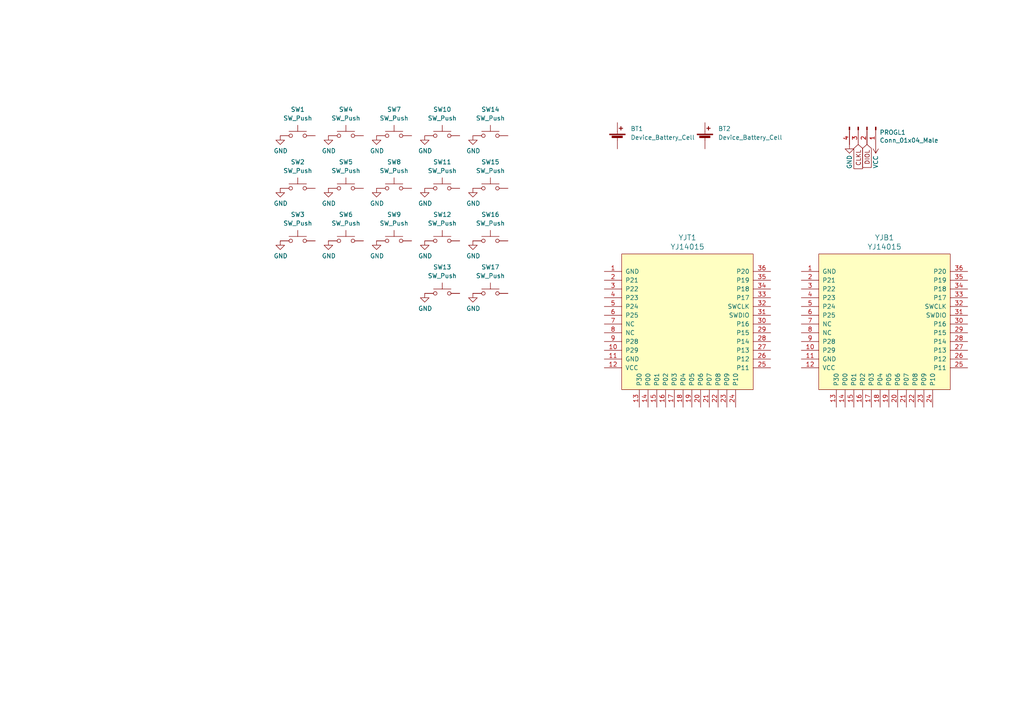
<source format=kicad_sch>
(kicad_sch (version 20211123) (generator eeschema)
  (paper "A4")
  (lib_symbols
    (symbol "Connector:Conn_01x04_Male" (pin_names (offset 1.016) hide)
      (property "Reference" "J" (at 0 5.08 0))
      (property "Value" "Conn_01x04_Male" (at 0 -7.62 0))
      (symbol "Conn_01x04_Male_1_1"
        (polyline (pts (xy 1.27 -5.08) (xy 0.8636 -5.08)) (stroke (width 0.1524)))
        (polyline (pts (xy 1.27 -2.54) (xy 0.8636 -2.54)) (stroke (width 0.1524)))
        (polyline (pts (xy 1.27 0) (xy 0.8636 0)) (stroke (width 0.1524)))
        (polyline (pts (xy 1.27 2.54) (xy 0.8636 2.54)) (stroke (width 0.1524)))
        (rectangle (start 0.8636 -4.953) (end 0 -5.207) (stroke (width 0.1524)) (fill (type outline)))
        (rectangle (start 0.8636 -2.413) (end 0 -2.667) (stroke (width 0.1524)) (fill (type outline)))
        (rectangle (start 0.8636 0.127) (end 0 -0.127) (stroke (width 0.1524)) (fill (type outline)))
        (rectangle (start 0.8636 2.667) (end 0 2.413) (stroke (width 0.1524)) (fill (type outline)))
        (pin passive line (at 5.08 2.54 180) (length 3.81) (name "Pin_1") (number "1"))
        (pin passive line (at 5.08 0 180) (length 3.81) (name "Pin_2") (number "2"))
        (pin passive line (at 5.08 -2.54 180) (length 3.81) (name "Pin_3") (number "3"))
        (pin passive line (at 5.08 -5.08 180) (length 3.81) (name "Pin_4") (number "4"))
      )
    )
    (symbol "Switch:SW_Push" (pin_numbers hide) (pin_names (offset 1.016) hide)
      (property "Reference" "SW" (at 1.27 2.54 0))
      (property "Value" "SW_Push" (at 0 -1.524 0))
      (symbol "SW_Push_0_1"
        (circle (center -2.032 0) (radius 0.508))
        (polyline (pts (xy 0 1.27) (xy 0 3.048)))
        (polyline (pts (xy 2.54 1.27) (xy -2.54 1.27)))
        (circle (center 2.032 0) (radius 0.508))
        (pin passive line (at -5.08 0 0) (length 2.54) (name "1") (number "1"))
        (pin passive line (at 5.08 0 180) (length 2.54) (name "2") (number "2"))
      )
    )
    (symbol "gurt-portable:Device_Battery_Cell" (pin_numbers hide) (pin_names (offset 0) hide)
      (property "Reference" "BT" (at 2.54 2.54 0))
      (property "Value" "Device_Battery_Cell" (at 2.54 0 0))
      (symbol "Device_Battery_Cell_0_1"
        (rectangle (start -2.286 1.778) (end 2.286 1.524) (fill (type outline)))
        (rectangle (start -1.5748 1.1938) (end 1.4732 0.6858) (fill (type outline)))
        (polyline (pts (xy 0 0.762) (xy 0 0)))
        (polyline (pts (xy 0 1.778) (xy 0 2.54)))
        (polyline (pts (xy 0.508 3.429) (xy 1.524 3.429)) (stroke (width 0.254)))
        (polyline (pts (xy 1.016 3.937) (xy 1.016 2.921)) (stroke (width 0.254)))
      )
      (symbol "Device_Battery_Cell_1_1"
        (pin passive line (at 0 5.08 270) (length 2.54) (name "+") (number "1"))
        (pin passive line (at 0 -2.54 90) (length 2.54) (name "-") (number "2"))
      )
    )
    (symbol "pierce:core51822b_Core51822B" (pin_names (offset 1.016))
      (property "Reference" "U" (at 0 2.54 0))
      (property "Value" "core51822b_Core51822B" (at 0 -1.27 0))
      (symbol "core51822b_Core51822B_0_1"
        (rectangle (start 19.05 -21.59) (end -19.05 17.78) (fill (type background)))
      )
      (symbol "core51822b_Core51822B_1_1"
        (pin bidirectional line (at -24.13 12.7 0) (length 5.08) (name "GND") (number "1"))
        (pin bidirectional line (at -24.13 -10.16 0) (length 5.08) (name "P29") (number "10"))
        (pin bidirectional line (at -24.13 -12.7 0) (length 5.08) (name "GND") (number "11"))
        (pin bidirectional line (at -24.13 -15.24 0) (length 5.08) (name "VCC") (number "12"))
        (pin bidirectional line (at -13.97 -26.67 90) (length 5.08) (name "P30") (number "13"))
        (pin bidirectional line (at -11.43 -26.67 90) (length 5.08) (name "P00") (number "14"))
        (pin bidirectional line (at -8.89 -26.67 90) (length 5.08) (name "P01") (number "15"))
        (pin bidirectional line (at -6.35 -26.67 90) (length 5.08) (name "P02") (number "16"))
        (pin bidirectional line (at -3.81 -26.67 90) (length 5.08) (name "P03") (number "17"))
        (pin bidirectional line (at -1.27 -26.67 90) (length 5.08) (name "P04") (number "18"))
        (pin bidirectional line (at 1.27 -26.67 90) (length 5.08) (name "P05") (number "19"))
        (pin bidirectional line (at -24.13 10.16 0) (length 5.08) (name "P21") (number "2"))
        (pin bidirectional line (at 3.81 -26.67 90) (length 5.08) (name "P06") (number "20"))
        (pin bidirectional line (at 6.35 -26.67 90) (length 5.08) (name "P07") (number "21"))
        (pin bidirectional line (at 8.89 -26.67 90) (length 5.08) (name "P08") (number "22"))
        (pin bidirectional line (at 11.43 -26.67 90) (length 5.08) (name "P09") (number "23"))
        (pin bidirectional line (at 13.97 -26.67 90) (length 5.08) (name "P10") (number "24"))
        (pin bidirectional line (at 24.13 -15.24 180) (length 5.08) (name "P11") (number "25"))
        (pin bidirectional line (at 24.13 -12.7 180) (length 5.08) (name "P12") (number "26"))
        (pin bidirectional line (at 24.13 -10.16 180) (length 5.08) (name "P13") (number "27"))
        (pin bidirectional line (at 24.13 -7.62 180) (length 5.08) (name "P14") (number "28"))
        (pin bidirectional line (at 24.13 -5.08 180) (length 5.08) (name "P15") (number "29"))
        (pin bidirectional line (at -24.13 7.62 0) (length 5.08) (name "P22") (number "3"))
        (pin bidirectional line (at 24.13 -2.54 180) (length 5.08) (name "P16") (number "30"))
        (pin bidirectional line (at 24.13 0 180) (length 5.08) (name "SWDIO") (number "31"))
        (pin bidirectional line (at 24.13 2.54 180) (length 5.08) (name "SWCLK") (number "32"))
        (pin bidirectional line (at 24.13 5.08 180) (length 5.08) (name "P17") (number "33"))
        (pin bidirectional line (at 24.13 7.62 180) (length 5.08) (name "P18") (number "34"))
        (pin bidirectional line (at 24.13 10.16 180) (length 5.08) (name "P19") (number "35"))
        (pin bidirectional line (at 24.13 12.7 180) (length 5.08) (name "P20") (number "36"))
        (pin bidirectional line (at -24.13 5.08 0) (length 5.08) (name "P23") (number "4"))
        (pin bidirectional line (at -24.13 2.54 0) (length 5.08) (name "P24") (number "5"))
        (pin bidirectional line (at -24.13 0 0) (length 5.08) (name "P25") (number "6"))
        (pin bidirectional line (at -24.13 -2.54 0) (length 5.08) (name "NC") (number "7"))
        (pin bidirectional line (at -24.13 -5.08 0) (length 5.08) (name "NC") (number "8"))
        (pin bidirectional line (at -24.13 -7.62 0) (length 5.08) (name "P28") (number "9"))
      )
    )
    (symbol "power:GND" (power) (pin_names (offset 0))
      (property "Value" "GND" (at 0 -3.81 0))
      (symbol "GND_0_1"
        (polyline (pts (xy 0 0) (xy 0 -1.27) (xy 1.27 -1.27) (xy 0 -2.54) (xy -1.27 -1.27) (xy 0 -1.27)))
      )
      (symbol "GND_1_1"
        (pin power_in line (at 0 0 270) (length 0) hide (name "GND") (number "1"))
      )
    )
    (symbol "power:VCC" (power) (pin_names (offset 0))
      (property "Value" "VCC" (at 0 3.81 0))
      (symbol "VCC_0_1"
        (polyline (pts (xy -0.762 1.27) (xy 0 2.54)))
        (polyline (pts (xy 0 0) (xy 0 2.54)))
        (polyline (pts (xy 0 2.54) (xy 0.762 1.27)))
      )
      (symbol "VCC_1_1"
        (pin power_in line (at 0 0 90) (length 0) hide (name "VCC") (number "1"))
      )
    )
  )
  (global_label "DIOL" (shape input) (at 251.46 41.91 270) (property "Intersheet References" "${INTERSHEET_REFS}" (effects hide)))
  (global_label "CLKL" (shape input) (at 248.92 41.91 270) (property "Intersheet References" "${INTERSHEET_REFS}" (effects hide)))
  (symbol (lib_id "power:GND") (at 95.25 54.61 0) (unit 1)
    (property "Reference" "#PWR05" (effects hide))
    (property "Value" "GND" (at 95.377 59.0042 0))
  )
  (symbol (lib_id "Connector:Conn_01x04_Male") (at 251.46 36.83 270) (unit 1)
    (property "Reference" "PROGL1" (at 255.1176 38.4048 90) (effects (justify left)))
    (property "Value" "Conn_01x04_Male" (at 255.1176 40.7162 90) (effects (justify left)))
    (property "Footprint" "pierce:PinHeader_1x04_P2.54mm_Horizontal" (effects hide))
  )
  (symbol (lib_id "power:GND") (at 123.19 69.85 0) (unit 1)
    (property "Reference" "#PWR012" (effects hide))
    (property "Value" "GND" (at 123.317 74.2442 0))
  )
  (symbol (lib_id "power:GND") (at 95.25 39.37 0) (unit 1)
    (property "Reference" "#PWR04" (effects hide))
    (property "Value" "GND" (at 95.377 43.7642 0))
  )
  (symbol (lib_id "Switch:SW_Push") (at 100.33 69.85 0) (unit 1)
    (property "Reference" "SW6" (at 100.33 62.23 0))
    (property "Value" "SW_Push" (at 100.33 64.77 0))
  )
  (symbol (lib_id "pierce:core51822b_Core51822B") (at 256.54 91.44 0) (unit 1)
    (property "Reference" "YJB1" (at 256.54 68.9102 0) (effects (font (size 1.524 1.524))))
    (property "Value" "YJ14015" (at 256.54 71.6026 0) (effects (font (size 1.524 1.524))))
    (property "Footprint" "pierce:YJ-14015" (effects hide))
  )
  (symbol (lib_id "power:GND") (at 95.25 69.85 0) (unit 1)
    (property "Reference" "#PWR06" (effects hide))
    (property "Value" "GND" (at 95.377 74.2442 0))
  )
  (symbol (lib_id "Switch:SW_Push") (at 114.3 69.85 0) (unit 1)
    (property "Reference" "SW9" (at 114.3 62.23 0))
    (property "Value" "SW_Push" (at 114.3 64.77 0))
  )
  (symbol (lib_id "power:GND") (at 123.19 85.09 0) (unit 1)
    (property "Reference" "#PWR013" (effects hide))
    (property "Value" "GND" (at 123.317 89.4842 0))
  )
  (symbol (lib_id "pierce:core51822b_Core51822B") (at 199.39 91.44 0) (unit 1)
    (property "Reference" "YJT1" (at 199.39 68.9102 0) (effects (font (size 1.524 1.524))))
    (property "Value" "YJ14015" (at 199.39 71.6026 0) (effects (font (size 1.524 1.524))))
    (property "Footprint" "pierce:YJ-14015" (effects hide))
  )
  (symbol (lib_id "power:GND") (at 109.22 69.85 0) (unit 1)
    (property "Reference" "#PWR09" (effects hide))
    (property "Value" "GND" (at 109.347 74.2442 0))
  )
  (symbol (lib_id "Switch:SW_Push") (at 128.27 85.09 0) (unit 1)
    (property "Reference" "SW13" (at 128.27 77.47 0))
    (property "Value" "SW_Push" (at 128.27 80.01 0))
  )
  (symbol (lib_id "gurt-portable:Device_Battery_Cell") (at 179.07 40.64 0) (unit 1)
    (property "Reference" "BT1" (at 182.88 37.3379 0) (effects (justify left)))
    (property "Value" "Device_Battery_Cell" (at 182.88 39.8779 0) (effects (justify left)))
  )
  (symbol (lib_id "power:GND") (at 109.22 39.37 0) (unit 1)
    (property "Reference" "#PWR07" (effects hide))
    (property "Value" "GND" (at 109.347 43.7642 0))
  )
  (symbol (lib_id "Switch:SW_Push") (at 86.36 69.85 0) (unit 1)
    (property "Reference" "SW3" (at 86.36 62.23 0))
    (property "Value" "SW_Push" (at 86.36 64.77 0))
  )
  (symbol (lib_id "Switch:SW_Push") (at 100.33 54.61 0) (unit 1)
    (property "Reference" "SW5" (at 100.33 46.99 0))
    (property "Value" "SW_Push" (at 100.33 49.53 0))
  )
  (symbol (lib_id "Switch:SW_Push") (at 128.27 69.85 0) (unit 1)
    (property "Reference" "SW12" (at 128.27 62.23 0))
    (property "Value" "SW_Push" (at 128.27 64.77 0))
  )
  (symbol (lib_id "Switch:SW_Push") (at 142.24 69.85 0) (unit 1)
    (property "Reference" "SW16" (at 142.24 62.23 0))
    (property "Value" "SW_Push" (at 142.24 64.77 0))
  )
  (symbol (lib_id "power:GND") (at 109.22 54.61 0) (unit 1)
    (property "Reference" "#PWR08" (effects hide))
    (property "Value" "GND" (at 109.347 59.0042 0))
  )
  (symbol (lib_id "gurt-portable:Device_Battery_Cell") (at 204.47 40.64 0) (unit 1)
    (property "Reference" "BT2" (at 208.28 37.3379 0) (effects (justify left)))
    (property "Value" "Device_Battery_Cell" (at 208.28 39.8779 0) (effects (justify left)))
  )
  (symbol (lib_id "power:GND") (at 81.28 54.61 0) (unit 1)
    (property "Reference" "#PWR02" (effects hide))
    (property "Value" "GND" (at 81.407 59.0042 0))
  )
  (symbol (lib_id "Switch:SW_Push") (at 86.36 39.37 0) (unit 1)
    (property "Reference" "SW1" (at 86.36 31.75 0))
    (property "Value" "SW_Push" (at 86.36 34.29 0))
  )
  (symbol (lib_id "power:GND") (at 123.19 39.37 0) (unit 1)
    (property "Reference" "#PWR010" (effects hide))
    (property "Value" "GND" (at 123.317 43.7642 0))
  )
  (symbol (lib_id "Switch:SW_Push") (at 142.24 39.37 0) (unit 1)
    (property "Reference" "SW14" (at 142.24 31.75 0))
    (property "Value" "SW_Push" (at 142.24 34.29 0))
  )
  (symbol (lib_id "power:GND") (at 123.19 54.61 0) (unit 1)
    (property "Reference" "#PWR011" (effects hide))
    (property "Value" "GND" (at 123.317 59.0042 0))
  )
  (symbol (lib_id "power:GND") (at 81.28 69.85 0) (unit 1)
    (property "Reference" "#PWR03" (effects hide))
    (property "Value" "GND" (at 81.407 74.2442 0))
  )
  (symbol (lib_id "power:GND") (at 137.16 54.61 0) (unit 1)
    (property "Reference" "#PWR015" (effects hide))
    (property "Value" "GND" (at 137.287 59.0042 0))
  )
  (symbol (lib_id "power:GND") (at 137.16 85.09 0) (unit 1)
    (property "Reference" "#PWR017" (effects hide))
    (property "Value" "GND" (at 137.287 89.4842 0))
  )
  (symbol (lib_id "Switch:SW_Push") (at 128.27 54.61 0) (unit 1)
    (property "Reference" "SW11" (at 128.27 46.99 0))
    (property "Value" "SW_Push" (at 128.27 49.53 0))
  )
  (symbol (lib_id "Switch:SW_Push") (at 86.36 54.61 0) (unit 1)
    (property "Reference" "SW2" (at 86.36 46.99 0))
    (property "Value" "SW_Push" (at 86.36 49.53 0))
  )
  (symbol (lib_id "power:GND") (at 246.38 41.91 0) (unit 1)
    (property "Reference" "#PWR018" (effects hide))
    (property "Value" "GND" (at 246.38 46.99 90))
  )
  (symbol (lib_id "Switch:SW_Push") (at 142.24 54.61 0) (unit 1)
    (property "Reference" "SW15" (at 142.24 46.99 0))
    (property "Value" "SW_Push" (at 142.24 49.53 0))
  )
  (symbol (lib_id "Switch:SW_Push") (at 114.3 54.61 0) (unit 1)
    (property "Reference" "SW8" (at 114.3 46.99 0))
    (property "Value" "SW_Push" (at 114.3 49.53 0))
  )
  (symbol (lib_id "power:GND") (at 137.16 39.37 0) (unit 1)
    (property "Reference" "#PWR014" (effects hide))
    (property "Value" "GND" (at 137.287 43.7642 0))
  )
  (symbol (lib_id "power:GND") (at 81.28 39.37 0) (unit 1)
    (property "Reference" "#PWR01" (effects hide))
    (property "Value" "GND" (at 81.407 43.7642 0))
  )
  (symbol (lib_id "Switch:SW_Push") (at 142.24 85.09 0) (unit 1)
    (property "Reference" "SW17" (at 142.24 77.47 0))
    (property "Value" "SW_Push" (at 142.24 80.01 0))
  )
  (symbol (lib_id "power:GND") (at 137.16 69.85 0) (unit 1)
    (property "Reference" "#PWR016" (effects hide))
    (property "Value" "GND" (at 137.287 74.2442 0))
  )
  (symbol (lib_id "Switch:SW_Push") (at 114.3 39.37 0) (unit 1)
    (property "Reference" "SW7" (at 114.3 31.75 0))
    (property "Value" "SW_Push" (at 114.3 34.29 0))
  )
  (symbol (lib_id "Switch:SW_Push") (at 100.33 39.37 0) (unit 1)
    (property "Reference" "SW4" (at 100.33 31.75 0))
    (property "Value" "SW_Push" (at 100.33 34.29 0))
  )
  (symbol (lib_id "Switch:SW_Push") (at 128.27 39.37 0) (unit 1)
    (property "Reference" "SW10" (at 128.27 31.75 0))
    (property "Value" "SW_Push" (at 128.27 34.29 0))
  )
  (symbol (lib_id "power:VCC") (at 254 41.91 180) (unit 1)
    (property "Reference" "#PWR019" (effects hide))
    (property "Value" "VCC" (at 254 46.99 90))
  )
)
</source>
